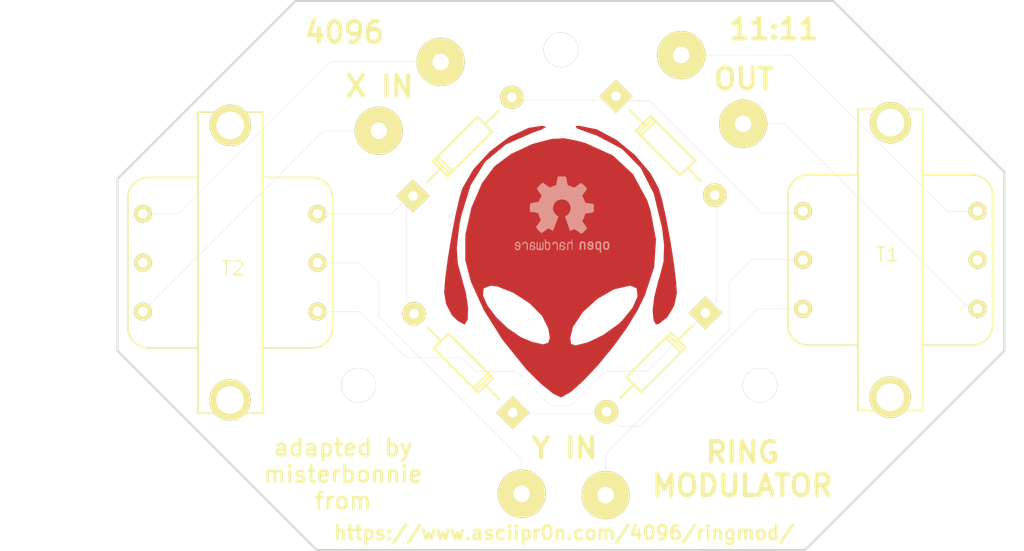
<source format=kicad_pcb>
(kicad_pcb (version 4) (host pcbnew 4.0.2-1.fc23-product)
  (layers (0 F.Cu signal) (31 B.Cu signal) (34 B.Paste user) (35 F.Paste user) (36 B.SilkS user) (37 F.SilkS user) (38 B.Mask user) (39 F.Mask user) (44 Edge.Cuts user))
  (net 0 "")
  (net 1 "Net-(D1-Pad2)")
  (net 2 "Net-(D1-Pad1)")
  (net 3 "Net-(T1-Pad5)")
  (net 4 "Net-(T2-Pad5)")
  (net 5 "Net-(P1-Pad1)")
  (net 6 "Net-(P2-Pad1)")
  (net 7 "Net-(P3-Pad1)")
  (net 8 "Net-(P4-Pad1)")
  (net 9 "Net-(P5-Pad1)")
  (net 10 "Net-(P6-Pad1)")
  (net 11 "Net-(D2-Pad2)")
  (net 12 "Net-(D3-Pad1)")
  (module Diodes_ThroughHole:Diode_DO-35_SOD27_Horizontal_RM10 (layer F.Cu) (at 153.75 99.25 225)
    (fp_text reference D1 hide)
    (fp_text value D hide)
    (pad 2 thru_hole circle (at 10.16052 -0.00254 45) (size 1.69926 1.69926) (drill 0.70104) (layers *.Cu *.Mask F.SilkS) (net 1 "Net-(D1-Pad2)"))
    (pad 1 thru_hole rect (at 0.00052 -0.00254 45) (size 1.69926 1.69926) (drill 0.70104) (layers *.Cu *.Mask F.SilkS) (net 2 "Net-(D1-Pad1)"))
  )
  (module Diodes_ThroughHole:Diode_DO-35_SOD27_Horizontal_RM10 (layer F.Cu) (at 139.75 106.5 135)
    (fp_text reference D2 hide)
    (fp_text value D hide)
    (pad 2 thru_hole circle (at 10.16052 -0.00254 315) (size 1.69926 1.69926) (drill 0.70104) (layers *.Cu *.Mask F.SilkS) (net 11 "Net-(D2-Pad2)"))
    (pad 1 thru_hole rect (at 0.00052 -0.00254 315) (size 1.69926 1.69926) (drill 0.70104) (layers *.Cu *.Mask F.SilkS) (net 1 "Net-(D1-Pad2)"))
  )
  (module Diodes_ThroughHole:Diode_DO-35_SOD27_Horizontal_RM10 (layer F.Cu) (at 147.25 83.5 315)
    (fp_text reference D3 hide)
    (fp_text value D hide)
    (pad 2 thru_hole circle (at 10.16052 -0.00254 135) (size 1.69926 1.69926) (drill 0.70104) (layers *.Cu *.Mask F.SilkS) (net 2 "Net-(D1-Pad1)"))
    (pad 1 thru_hole rect (at 0.00052 -0.00254 135) (size 1.69926 1.69926) (drill 0.70104) (layers *.Cu *.Mask F.SilkS) (net 12 "Net-(D3-Pad1)"))
  )
  (module Diodes_ThroughHole:Diode_DO-35_SOD27_Horizontal_RM10 (layer F.Cu) (at 132.5 90.75 45)
    (fp_text reference D4 hide)
    (fp_text value D hide)
    (pad 2 thru_hole circle (at 10.16052 -0.00254 225) (size 1.69926 1.69926) (drill 0.70104) (layers *.Cu *.Mask F.SilkS) (net 12 "Net-(D3-Pad1)"))
    (pad 1 thru_hole rect (at 0.00052 -0.00254 225) (size 1.69926 1.69926) (drill 0.70104) (layers *.Cu *.Mask F.SilkS) (net 11 "Net-(D2-Pad2)"))
  )
  (module Wire_Pads:SolderWirePad_single_1-2mmDrill (layer F.Cu) (at 156.5 85.5)
    (fp_text reference P1 hide)
    (fp_text value CONN_01X01 hide)
    (pad 1 thru_hole circle (at 0 0) (size 3.50012 3.50012) (drill 1.19888) (layers *.Cu *.Mask F.SilkS) (net 5 "Net-(P1-Pad1)"))
  )
  (module Wire_Pads:SolderWirePad_single_1-2mmDrill (layer F.Cu) (at 152 80.5)
    (fp_text reference P2 hide)
    (fp_text value CONN_01X01 hide)
    (pad 1 thru_hole circle (at 0 0) (size 3.50012 3.50012) (drill 1.19888) (layers *.Cu *.Mask F.SilkS) (net 6 "Net-(P2-Pad1)"))
  )
  (module Wire_Pads:SolderWirePad_single_1-2mmDrill (layer F.Cu) (at 146.5 112.5)
    (fp_text reference P3 hide)
    (fp_text value CONN_01X01 hide)
    (pad 1 thru_hole circle (at 0 0) (size 3.50012 3.50012) (drill 1.19888) (layers *.Cu *.Mask F.SilkS) (net 7 "Net-(P3-Pad1)"))
  )
  (module Wire_Pads:SolderWirePad_single_1-2mmDrill (layer F.Cu) (at 140.4 112.4)
    (fp_text reference P4 hide)
    (fp_text value CONN_01X01 hide)
    (pad 1 thru_hole circle (at 0 0) (size 3.50012 3.50012) (drill 1.19888) (layers *.Cu *.Mask F.SilkS) (net 8 "Net-(P4-Pad1)"))
  )
  (module Wire_Pads:SolderWirePad_single_1-2mmDrill (layer F.Cu) (at 130 86)
    (fp_text reference P5 hide)
    (fp_text value CONN_01X01 hide)
    (pad 1 thru_hole circle (at 0 0) (size 3.50012 3.50012) (drill 1.19888) (layers *.Cu *.Mask F.SilkS) (net 9 "Net-(P5-Pad1)"))
  )
  (module Wire_Pads:SolderWirePad_single_1-2mmDrill (layer F.Cu) (at 134.5 81)
    (fp_text reference P6 hide)
    (fp_text value CONN_01X01 hide)
    (pad 1 thru_hole circle (at 0 0) (size 3.50012 3.50012) (drill 1.19888) (layers *.Cu *.Mask F.SilkS) (net 10 "Net-(P6-Pad1)"))
  )
  (module Wire_Pads:SolderWirePad_single_1mmDrill (layer F.Cu) (at 167 85)
    (fp_text reference "" (at 0 -3.81) (layer F.SilkS))
    (fp_text value SolderWirePad_single_1mmDrill hide)
  )
  (module Wire_Pads:SolderWirePad_single_1mmDrill (layer F.Cu) (at 167 105.5)
    (fp_text reference "" (at 0 -3.81) (layer F.SilkS))
    (fp_text value SolderWirePad_single_1mmDrill hide)
  )
  (module Wire_Pads:SolderWirePad_single_1mmDrill (layer F.Cu) (at 119 85.5)
    (fp_text reference "" (at -16.32 -5.05) (layer F.SilkS))
    (fp_text value SolderWirePad_single_1mmDrill hide)
  )
  (module Wire_Pads:SolderWirePad_single_1mmDrill (layer F.Cu) (at 119 105.5)
    (fp_text reference "" (at 0 -3.81) (layer F.SilkS))
    (fp_text value SolderWirePad_single_1mmDrill hide)
  )
  (module ringmod:alien5 (layer F.Cu) (at 143.22 95.5)
    (fp_text reference G*** hide)
    (fp_text value LOGO hide)
    (fp_poly (pts (xy 1.270546 -8.750388) (xy 1.833508 -8.589699) (xy 3.803677 -7.698592) (xy 5.281304 -6.322035) (xy 6.306282 -4.418691) (xy 6.538644 -3.714221) (xy 6.939447 -1.593062) (xy 6.813435 0.399278) (xy 6.134067 2.469217) (xy 5.604744 3.54886) (xy 4.819185 4.841337) (xy 3.830943 6.207422) (xy 2.752686 7.519894) (xy 1.697077 8.651529) (xy 0.776783 9.475106) (xy 0.104469 9.8634) (xy 0 9.877778) (xy -0.527548 9.628826) (xy -1.352256 8.96797) (xy -2.318257 8.024206) (xy -2.57461 7.746989) (xy -4.241638 5.671412) (xy -5.586676 3.526935) (xy -6.05731 2.492158) (xy -5.641602 2.492158) (xy -5.311904 3.226746) (xy -4.689651 4.052082) (xy -3.860575 4.851002) (xy -2.910406 5.506339) (xy -2.083539 5.859527) (xy -1.265303 6.044407) (xy -0.891283 5.923548) (xy -0.770518 5.577688) (xy 0.705556 5.577688) (xy 0.768127 6.015603) (xy 1.083425 6.119538) (xy 1.842826 5.934479) (xy 2.008711 5.88401) (xy 3.093468 5.368876) (xy 4.200387 4.57486) (xy 4.478155 4.317771) (xy 5.238085 3.380487) (xy 5.605019 2.55128) (xy 5.546655 1.967138) (xy 5.080398 1.763889) (xy 3.893939 2.032994) (xy 2.677634 2.731586) (xy 1.618557 3.696583) (xy 0.903782 4.764902) (xy 0.705556 5.577688) (xy -0.770518 5.577688) (xy -0.769294 5.574184) (xy -0.886925 4.870035) (xy -1.324496 4.004528) (xy -1.379708 3.924658) (xy -2.25017 3.048906) (xy -3.414044 2.294461) (xy -4.57876 1.832149) (xy -5.080398 1.763889) (xy -5.59301 1.965484) (xy -5.641602 2.492158) (xy -6.05731 2.492158) (xy -6.51895 1.477158) (xy -6.921698 -0.087608) (xy -6.91545 -1.936995) (xy -6.484823 -3.889704) (xy -5.714033 -5.674515) (xy -4.803767 -6.908456) (xy -3.60377 -7.803226) (xy -2.108953 -8.500946) (xy -1.833508 -8.589699) (xy -0.652455 -8.893963) (xy 0.253944 -8.947526) (xy 1.270546 -8.750388)) (layer F.Cu) (width 0.01))
    (fp_poly (pts (xy -1.04969 -9.77078) (xy -1.450738 -9.556097) (xy -1.996811 -9.371579) (xy -3.985345 -8.50063) (xy -5.480017 -7.246332) (xy -6.542627 -5.529778) (xy -7.234979 -3.272062) (xy -7.375405 -2.504354) (xy -7.546412 -1.004179) (xy -7.476331 0.150798) (xy -7.213581 1.11038) (xy -6.882778 2.300452) (xy -6.724344 3.402416) (xy -6.749886 4.22662) (xy -6.97101 4.583408) (xy -7.000879 4.586111) (xy -7.443299 4.351046) (xy -7.882824 3.940972) (xy -8.317119 3.110101) (xy -8.459614 2.265278) (xy -8.384148 1.236006) (xy -8.194713 -0.1977) (xy -7.931342 -1.806823) (xy -7.634065 -3.362348) (xy -7.342914 -4.635257) (xy -7.135201 -5.311553) (xy -6.321635 -6.707036) (xy -5.128828 -7.997911) (xy -3.737138 -9.042874) (xy -2.326924 -9.700624) (xy -1.336971 -9.854178) (xy -1.04969 -9.77078)) (layer F.Cu) (width 0.01))
    (fp_poly (pts (xy 2.637661 -9.593247) (xy 4.059457 -8.835709) (xy 5.422003 -7.722866) (xy 6.544938 -6.396019) (xy 7.135201 -5.311553) (xy 7.395397 -4.431612) (xy 7.692655 -3.079478) (xy 7.987238 -1.48432) (xy 8.239409 0.124691) (xy 8.409431 1.518386) (xy 8.459614 2.326574) (xy 8.258461 3.243772) (xy 7.760557 4.07163) (xy 7.141186 4.549583) (xy 6.939583 4.586111) (xy 6.770466 4.280145) (xy 6.702778 3.572131) (xy 6.82313 2.579066) (xy 7.121545 1.387844) (xy 7.213581 1.11038) (xy 7.501713 -0.005734) (xy 7.536371 -1.190341) (xy 7.375405 -2.504354) (xy 6.778925 -4.933872) (xy 5.830119 -6.799331) (xy 4.467186 -8.179638) (xy 2.628323 -9.153699) (xy 1.996811 -9.371579) (xy 1.197092 -9.662971) (xy 1.087277 -9.821928) (xy 1.336971 -9.854178) (xy 2.637661 -9.593247)) (layer F.Cu) (width 0.01))
  )
  (module Mounting_Holes:MountingHole_2-5mm (layer F.Cu) (at 128.516 104.51)
    (fp_text reference REF** hide)
    (fp_text value MountingHole_2-5mm hide)
    (pad 1 thru_hole circle (at 0 0) (size 2.5 2.5) (drill 2.5) (layers))
  )
  (module Mounting_Holes:MountingHole_2-5mm (layer F.Cu) (at 157.726 104.51)
    (fp_text reference REF** hide)
    (fp_text value MountingHole_2-5mm hide)
    (pad 1 thru_hole circle (at 0 0) (size 2.5 2.5) (drill 2.5) (layers))
  )
  (module Mounting_Holes:MountingHole_2-5mm (layer F.Cu) (at 143.248 80.126)
    (fp_text reference REF** hide)
    (fp_text value MountingHole_2-5mm hide)
    (pad 1 thru_hole circle (at 0 0) (size 2.5 2.5) (drill 2.5) (layers))
  )
  (module OPENHARDWARE:OSHWLOGO0.3IN (layer B.Cu) (at 147.14 88.39 180)
    (fp_text reference G*** hide)
    (fp_text value LOGO hide)
  )
  (module ringmod:trafo-xicon-42TM (layer F.Cu) (at 167.2 95.4 270)
    (fp_text reference T1 (at -0.4 0.2 360) (layer F.SilkS) (effects (font (size 1.016 1.016) (thickness 0.0889))))
    (fp_text value audio_transformer hide)
    (pad "" np_thru_hole circle (at -9.98474 -0.01524 270) (size 3 3) (drill 2) (layers *.Cu *.Mask F.SilkS))
    (pad "" np_thru_hole circle (at 9.98474 0.00508 270) (size 3 3) (drill 2) (layers *.Cu *.Mask F.SilkS))
    (pad 1 thru_hole circle (at -3.556 6.35 270) (size 1.29794 1.29794) (drill 0.6985) (layers *.Cu *.Mask F.Paste F.SilkS) (net 12 "Net-(D3-Pad1)"))
    (pad 2 thru_hole circle (at 0 6.35 270) (size 1.29794 1.29794) (drill 0.6985) (layers *.Cu *.Mask F.Paste F.SilkS) (net 7 "Net-(P3-Pad1)"))
    (pad 3 thru_hole circle (at 3.556 6.35 270) (size 1.29794 1.29794) (drill 0.6985) (layers *.Cu *.Mask F.Paste F.SilkS) (net 1 "Net-(D1-Pad2)"))
    (pad 4 thru_hole circle (at 3.556 -6.35 270) (size 1.29794 1.29794) (drill 0.6985) (layers *.Cu *.Mask F.Paste F.SilkS) (net 5 "Net-(P1-Pad1)"))
    (pad 5 thru_hole circle (at 0 -6.35 270) (size 1.29794 1.29794) (drill 0.6985) (layers *.Cu *.Mask F.Paste F.SilkS) (net 3 "Net-(T1-Pad5)"))
    (pad 6 thru_hole circle (at -3.556 -6.35 270) (size 1.29794 1.29794) (drill 0.6985) (layers *.Cu *.Mask F.Paste F.SilkS) (net 6 "Net-(P2-Pad1)"))
  )
  (module ringmod:trafo-xicon-42TM (layer F.Cu) (at 119.2 95.6 90)
    (fp_text reference T2 (at -0.4 0.2 180) (layer F.SilkS) (effects (font (size 1.016 1.016) (thickness 0.0889))))
    (fp_text value audio_transformer hide)
    (pad "" np_thru_hole circle (at -9.98474 -0.01524 90) (size 3 3) (drill 2) (layers *.Cu *.Mask F.SilkS))
    (pad "" np_thru_hole circle (at 9.98474 0.00508 90) (size 3 3) (drill 2) (layers *.Cu *.Mask F.SilkS))
    (pad 1 thru_hole circle (at -3.556 6.35 90) (size 1.29794 1.29794) (drill 0.6985) (layers *.Cu *.Mask F.Paste F.SilkS) (net 2 "Net-(D1-Pad1)"))
    (pad 2 thru_hole circle (at 0 6.35 90) (size 1.29794 1.29794) (drill 0.6985) (layers *.Cu *.Mask F.Paste F.SilkS) (net 8 "Net-(P4-Pad1)"))
    (pad 3 thru_hole circle (at 3.556 6.35 90) (size 1.29794 1.29794) (drill 0.6985) (layers *.Cu *.Mask F.Paste F.SilkS) (net 11 "Net-(D2-Pad2)"))
    (pad 4 thru_hole circle (at 3.556 -6.35 90) (size 1.29794 1.29794) (drill 0.6985) (layers *.Cu *.Mask F.Paste F.SilkS) (net 10 "Net-(P6-Pad1)"))
    (pad 5 thru_hole circle (at 0 -6.35 90) (size 1.29794 1.29794) (drill 0.6985) (layers *.Cu *.Mask F.Paste F.SilkS) (net 4 "Net-(T2-Pad5)"))
    (pad 6 thru_hole circle (at -3.556 -6.35 90) (size 1.29794 1.29794) (drill 0.6985) (layers *.Cu *.Mask F.Paste F.SilkS) (net 9 "Net-(P5-Pad1)"))
  )
  (gr_text OUT (at 156.55 82.23) (layer F.SilkS) (effects (font (size 1.5 1.5) (thickness 0.3))))
  (gr_text "X IN" (at 130.06 82.77) (layer F.SilkS) (effects (font (size 1.5 1.5) (thickness 0.3))))
  (gr_text "Y IN" (at 143.51 109.09) (layer F.SilkS) (effects (font (size 1.5 1.5) (thickness 0.3))))
  (gr_text 11:11 (at 158.742 78.602) (layer F.SilkS) (effects (font (size 1.5 1.5) (thickness 0.3))))
  (gr_text 4096 (at 127.5 78.856) (layer F.SilkS) (effects (font (size 1.5 1.5) (thickness 0.3))))
  (gr_line (start 163.06 76.57) (end 161.79 76.57) (angle 90) (layer Edge.Cuts) (width 0.15))
  (gr_line (start 175.506 89.016) (end 163.06 76.57) (angle 90) (layer Edge.Cuts) (width 0.15))
  (gr_line (start 123.944 76.57) (end 162.044 76.57) (angle 90) (layer Edge.Cuts) (width 0.15))
  (gr_line (start 111.498 89.016) (end 123.944 76.57) (angle 90) (layer Edge.Cuts) (width 0.15))
  (gr_line (start 175.5 102) (end 161 116.5) (angle 90) (layer Edge.Cuts) (width 0.15))
  (gr_text "adapted by\nmisterbonnie\nfrom" (at 127.41 110.98) (layer F.SilkS) (effects (font (size 1.2 1.2) (thickness 0.2))))
  (gr_text "RING\nMODULATOR\n" (at 156.456 110.606) (layer F.SilkS) (effects (font (size 1.5 1.5) (thickness 0.3))))
  (gr_text https://www.asciipr0n.com/4096/ringmod/ (at 143.48 115.25) (layer F.SilkS) (effects (font (size 1 1) (thickness 0.2))))
  (gr_line (start 111 102) (end 125.5 116.5) (angle 90) (layer Edge.Cuts) (width 0.15))
  (gr_line (start 111 89.5) (end 111 102) (angle 90) (layer Edge.Cuts) (width 0.15))
  (gr_line (start 111.5 89) (end 111 89.5) (angle 90) (layer Edge.Cuts) (width 0.15))
  (gr_line (start 161 116.5) (end 125.5 116.5) (angle 90) (layer Edge.Cuts) (width 0.15))
  (gr_line (start 175.5 89) (end 175.5 102) (angle 90) (layer Edge.Cuts) (width 0.15))
  (gr_line (start 153.5 116.5) (end 159 116.5) (angle 90) (layer Edge.Cuts) (width 0.15))
  (segment (start 146.413631 106.582777) (end 146.498572 106.497836) (width 0.006) (layer F.Cu) (net 1))
  (segment (start 140.186369 106.582777) (end 146.413631 106.582777) (width 0.006) (layer F.Cu) (net 1))
  (segment (start 160.85 98.956) (end 157.544 98.956) (width 0.006) (layer B.Cu) (net 1))
  (segment (start 157.544 98.956) (end 149 107.5) (width 0.006) (layer B.Cu) (net 1))
  (segment (start 149 107.5) (end 147.500736 107.5) (width 0.006) (layer B.Cu) (net 1))
  (segment (start 147.500736 107.5) (end 146.498572 106.497836) (width 0.006) (layer B.Cu) (net 1))
  (segment (start 154.597836 98.398572) (end 153.682777 99.313631) (width 0.006) (layer F.Cu) (net 2))
  (segment (start 154.597836 91.001428) (end 154.597836 98.398572) (width 0.006) (layer F.Cu) (net 2))
  (segment (start 153.682777 99.313631) (end 153.682777 99.317223) (width 0.006) (layer B.Cu) (net 2))
  (segment (start 153.682777 99.317223) (end 149.5 103.5) (width 0.006) (layer B.Cu) (net 2))
  (segment (start 149.5 103.5) (end 146.5 103.5) (width 0.006) (layer B.Cu) (net 2))
  (segment (start 146.5 103.5) (end 144 106) (width 0.006) (layer B.Cu) (net 2))
  (segment (start 144 106) (end 142.5 106) (width 0.006) (layer B.Cu) (net 2))
  (segment (start 142.5 106) (end 140.5 104) (width 0.006) (layer B.Cu) (net 2))
  (segment (start 140.5 104) (end 140 103.5) (width 0.006) (layer B.Cu) (net 2))
  (segment (start 140 103.5) (end 137 103.5) (width 0.006) (layer B.Cu) (net 2))
  (segment (start 137 103.5) (end 136 102.5) (width 0.006) (layer B.Cu) (net 2))
  (segment (start 136 102.5) (end 133 102.5) (width 0.006) (layer B.Cu) (net 2))
  (segment (start 133 102.5) (end 132 102.5) (width 0.006) (layer B.Cu) (net 2))
  (segment (start 132 102.5) (end 128.656 99.156) (width 0.006) (layer B.Cu) (net 2))
  (segment (start 128.656 99.156) (end 125.55 99.156) (width 0.006) (layer B.Cu) (net 2))
  (segment (start 156.5 85.5) (end 159.5 85.5) (width 0.006) (layer B.Cu) (net 5))
  (segment (start 159.5 85.5) (end 172.956 98.956) (width 0.006) (layer B.Cu) (net 5))
  (segment (start 172.956 98.956) (end 173.55 98.956) (width 0.006) (layer B.Cu) (net 5))
  (segment (start 173.55 91.844) (end 171.344 91.844) (width 0.006) (layer B.Cu) (net 6))
  (segment (start 160 80.5) (end 152 80.5) (width 0.006) (layer B.Cu) (net 6))
  (segment (start 171.344 91.844) (end 160 80.5) (width 0.006) (layer B.Cu) (net 6))
  (segment (start 146.5 112.5) (end 146.5 109.5) (width 0.006) (layer F.Cu) (net 7))
  (segment (start 157.1 95.4) (end 160.85 95.4) (width 0.006) (layer F.Cu) (net 7))
  (segment (start 155.5 97) (end 157.1 95.4) (width 0.006) (layer F.Cu) (net 7))
  (segment (start 155.5 100.5) (end 155.5 97) (width 0.006) (layer F.Cu) (net 7))
  (segment (start 146.5 109.5) (end 155.5 100.5) (width 0.006) (layer F.Cu) (net 7))
  (segment (start 140.4 112.4) (end 140.4 109.9) (width 0.006) (layer F.Cu) (net 8))
  (segment (start 128.6 95.6) (end 125.55 95.6) (width 0.006) (layer F.Cu) (net 8))
  (segment (start 130 97) (end 128.6 95.6) (width 0.006) (layer F.Cu) (net 8))
  (segment (start 130 99.5) (end 130 97) (width 0.006) (layer F.Cu) (net 8))
  (segment (start 140.4 109.9) (end 130 99.5) (width 0.006) (layer F.Cu) (net 8))
  (segment (start 126.006 86) (end 112.85 99.156) (width 0.006) (layer B.Cu) (net 9))
  (segment (start 130 86) (end 126.006 86) (width 0.006) (layer B.Cu) (net 9))
  (segment (start 112.85 92.044) (end 115.456 92.044) (width 0.006) (layer B.Cu) (net 10))
  (segment (start 126.5 81) (end 134.5 81) (width 0.006) (layer B.Cu) (net 10))
  (segment (start 115.456 92.044) (end 126.5 81) (width 0.006) (layer B.Cu) (net 10))
  (segment (start 132.017223 98.413631) (end 133.002164 99.398572) (width 0.006) (layer F.Cu) (net 11))
  (segment (start 132.017223 90.986369) (end 132.013631 90.986369) (width 0.006) (layer F.Cu) (net 11))
  (segment (start 132.017223 90.986369) (end 132.017223 98.413631) (width 0.006) (layer F.Cu) (net 11))
  (segment (start 132.013631 90.986369) (end 130.956 92.044) (width 0.006) (layer F.Cu) (net 11))
  (segment (start 130.956 92.044) (end 125.55 92.044) (width 0.006) (layer F.Cu) (net 11))
  (segment (start 147.413631 83.817223) (end 149.682777 83.817223) (width 0.006) (layer F.Cu) (net 12))
  (segment (start 149.682777 83.817223) (end 157.865554 92) (width 0.006) (layer F.Cu) (net 12))
  (segment (start 147.398572 83.802164) (end 147.413631 83.817223) (width 0.006) (layer F.Cu) (net 12))
  (segment (start 139.201428 83.802164) (end 147.398572 83.802164) (width 0.006) (layer F.Cu) (net 12))
  (segment (start 157.865554 92) (end 160.694 92) (width 0.006) (layer F.Cu) (net 12))
  (segment (start 160.694 92) (end 160.85 91.844) (width 0.006) (layer F.Cu) (net 12))
)
</source>
